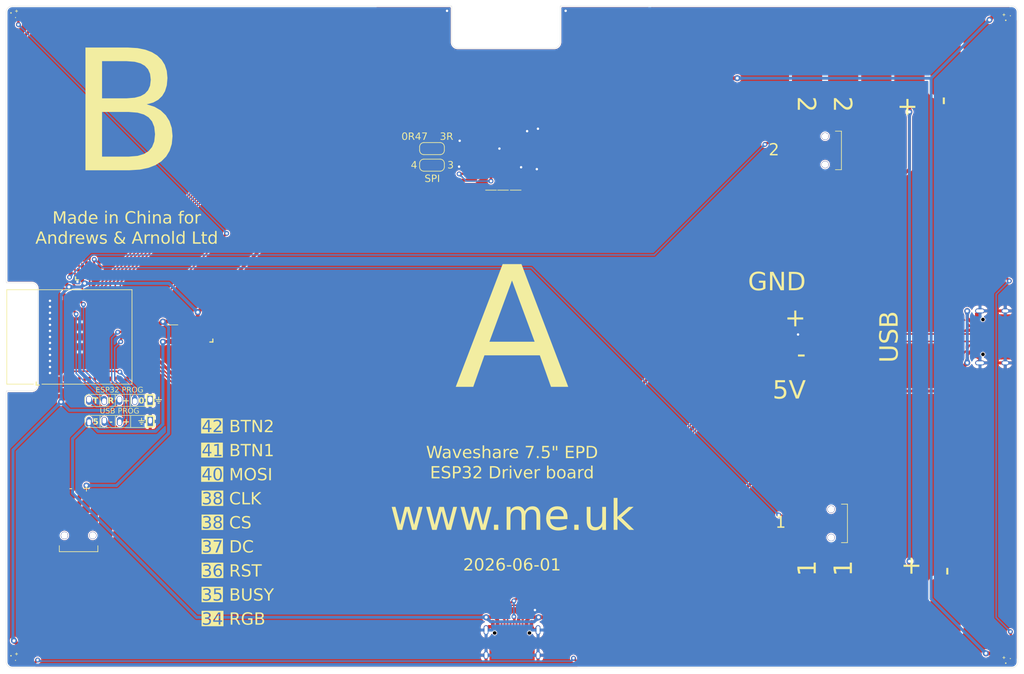
<source format=kicad_pcb>
(kicad_pcb (version 20221018) (generator pcbnew)
  (title_block (title "EPD75") (rev "1") (company "Adrian Kennard, Andrews & Arnold Ltd"))
  (layers (0 "F.Cu" signal) (31 "B.Cu" signal) (34 "B.Paste" user) (35 "F.Paste" user) (36 "B.SilkS" user "B.Silkscreen") (37 "F.SilkS" user "F.Silkscreen") (38 "B.Mask" user) (39 "F.Mask" user) (44 "Edge.Cuts" user))
  (property "DATE" "2023-06-02")
  (net 0 "")
  (net 1 "GND")
  (net 4 "DC")
  (net 6 "Net-(U4-EN)")
  (net 8 "BTN2")
  (net 9 "BTN1")
  (net 14 "Net-(D4-O)")
  (net 16 "+3.3V")
  (net 26 "Net-(J2-0)")
  (net 27 "Net-(J2-Rx)")
  (net 28 "Net-(J2-Tx)")
  (net 29 "D-")
  (net 30 "D+")
  (net 31 "Net-(J1-Pin_24)")
  (net 32 "Net-(D1-A)")
  (net 33 "Net-(J1-Pin_22)")
  (net 34 "Net-(D2-K)")
  (net 35 "Net-(J1-Pin_20)")
  (net 36 "Net-(J1-Pin_19)")
  (net 37 "Net-(J1-Pin_18)")
  (net 38 "Net-(J1-Pin_5)")
  (net 39 "Net-(J1-Pin_4)")
  (net 40 "Net-(D2-A)")
  (net 41 "Net-(D1-K)")
  (net 42 "Net-(J1-Pin_2)")
  (net 43 "Net-(J1-Pin_3)")
  (net 47 "BUSY")
  (net 48 "RST")
  (net 49 "CS")
  (net 50 "CLK")
  (net 51 "MOSI")
  (net 52 "RGB")
  (net 53 "Net-(D5-O)")
  (net 54 "Net-(D10-I)")
  (net 55 "Net-(J1-Pin_8)")
  (net 56 "Net-(J5-CC1)")
  (net 58 "Net-(J5-CC2)")
  (net 60 "Net-(J7-CC1)")
  (net 62 "Net-(J7-CC2)")
  (net 64 "Net-(J4-Pin_2)")
  (net 65 "Net-(J6-Pin_2)")
  (net 66 "Net-(JP2-B)")
  (net 67 "Net-(JP2-A)")
  (net 70 "PWR")
  (net 71 "VBUS")
  (footprint "RevK:C_0402" (layer "F.Cu") (at 99.5 70.2 -90)
    (fp_text reference "C14" hide)
    (fp_text value "100nF 50V" hide)
  )
  (footprint "RevK:C_0402" (layer "F.Cu") (at 104.9 70.2 -90)
    (fp_text reference "C3" hide)
    (fp_text value "1uF 50V" hide)
  )
  (footprint "RevK:C_0402" (layer "F.Cu") (at 24 109 180)
    (fp_text reference "C2" hide)
    (fp_text value "100nF" hide)
  )
  (footprint "RevK:R_0402_" (layer "F.Cu") (at 48.2 97.4)
    (fp_text reference "R9" hide)
    (fp_text value "124k" hide)
  )
  (footprint "RevK:C_0402" (layer "F.Cu") (at 104 70.2 -90)
    (fp_text reference "C4" hide)
    (fp_text value "1uF 50V" hide)
  )
  (footprint "RevK:C_0402" (layer "F.Cu") (at 102.2 70.2 -90)
    (fp_text reference "C11" hide)
    (fp_text value "1uF 50V" hide)
  )
  (footprint "RevK:R_0402" (layer "F.Cu") (at 26.7 88.9 90)
    (fp_text reference "R6" hide)
    (fp_text value "100R" hide)
  )
  (footprint "RevK:SolderPad" (layer "F.Cu") (at 166 55 180)
    (fp_text reference "P8" hide)
    (fp_text value "+" hide)
  )
  (footprint "RevK:ESP32-S3-MINI-1" (layer "F.Cu") (at 29 100 90)
    (fp_text reference "U4" hide)
    (fp_text value "ESP32-S3-MINI-1" hide)
  )
  (footprint "RevK:D_SOD-123" (layer "F.Cu") (at 43.6 99.1 -90)
    (fp_text reference "D6" hide)
    (fp_text value "D")
  )
  (footprint "RevK:SolderPad" (layer "F.Cu") (at 155 145)
    (fp_text reference "P6" hide)
    (fp_text value "1" hide)
  )
  (footprint "RevK:C_0603" (layer "F.Cu") (at 26.225 109)
    (fp_text reference "C5" hide)
    (fp_text value "22uF")
  )
  (footprint "RevK:SOT-323_SC-70-3" (layer "F.Cu") (at 93 70.2 90)
    (fp_text reference "Q1" hide)
    (fp_text value "DMG1012T" hide)
  )
  (footprint "RevK:C_0402" (layer "F.Cu") (at 103.1 70.2 -90)
    (fp_text reference "C7" hide)
    (fp_text value "1uF 50V" hide)
  )
  (footprint "RevK:SolderPad" (layer "F.Cu") (at 155 109 90)
    (fp_text reference "P12" hide)
    (fp_text value "5V" hide)
  )
  (footprint "RevK:R_0402" (layer "F.Cu") (at 25.5 91 180)
    (fp_text reference "R3" hide)
    (fp_text value "10K" hide)
  )
  (footprint "RevK:C_0603_" (layer "F.Cu") (at 48.2 101.3)
    (fp_text reference "C10" hide)
    (fp_text value "100nF")
  )
  (footprint "RevK:PTSM-HH-2-RA-SMD" (layer "F.Cu") (at 153 131 90)
    (fp_text reference "J4" hide)
    (fp_text value "BTN1")
  )
  (footprint "RevK:C_0402" (layer "F.Cu") (at 19.1 153.4 -90)
    (fp_text reference "C26" hide)
    (fp_text value "100nF" hide)
  )
  (footprint "RevK:PTSM-HH-2-RA-SMD" (layer "F.Cu") (at 152 69 90)
    (fp_text reference "J6" hide)
    (fp_text value "BTN2")
  )
  (footprint "RevK:C_0402" (layer "F.Cu") (at 99 71.7)
    (fp_text reference "C17" hide)
    (fp_text value "4.7uF" hide)
  )
  (footprint "RevK:SolderPad" (layer "F.Cu") (at 149 145)
    (fp_text reference "P2" hide)
    (fp_text value "1" hide)
  )
  (footprint "RevK:C_0603_" (layer "F.Cu") (at 50.7 100.6 90)
    (fp_text reference "C9" hide)
    (fp_text value "10uF 6.3V")
  )
  (footprint "RevK:C_0402" (layer "F.Cu") (at 101.3 70.2 -90)
    (fp_text reference "C12" hide)
    (fp_text value "1uF 50V" hide)
  )
  (footprint "RevK:SolderPad" (layer "F.Cu") (at 149 55 180)
    (fp_text reference "P1" hide)
    (fp_text value "2" hide)
  )
  (footprint "RevK:USB-C-Socket-H" (layer "F.Cu") (at 100 150.6)
    (fp_text reference "J5" hide)
    (fp_text value "USB-C-Socket-V")
  )
  (footprint "RevK:C_0402" (layer "F.Cu") (at 105.8 70.2 -90)
    (fp_text reference "C1" hide)
    (fp_text value "1uF 50V" hide)
  )
  (footprint "RevK:SolderPad" (layer "F.Cu") (at 172 145)
    (fp_text reference "P3" hide)
    (fp_text value "-" hide)
  )
  (footprint "RevK:SMD1010" (layer "F.Cu") (at 182.425 46.575 90)
    (fp_text reference "D5" hide)
    (fp_text value "XL-1010RGBC-WS2812B" hide)
  )
  (footprint "RevK:C_0402" (layer "F.Cu") (at 25.8 88.9 -90)
    (fp_text reference "C21" hide)
    (fp_text value "33pF" hide)
  )
  (footprint "RevK:R_0402" (layer "F.Cu") (at 95 70.2 90)
    (fp_text reference "R2" hide)
    (fp_text value "10K" hide)
  )
  (footprint "RevK:SolderJumper3" (layer "F.Cu") (at 86.7 71.45)
    (fp_text reference "JP1" hide)
    (fp_text value "SolderJumper_3_Bridged12")
  )
  (footprint "RevK:SolderJumper3" (layer "F.Cu") (at 86.7 68.7)
    (fp_text reference "JP2" hide)
    (fp_text value "SolderJumper_3_Bridged12")
  )
  (footprint "RevK:R_0402" (layer "F.Cu") (at 101.8 146.1 90)
    (fp_text reference "R13" hide)
    (fp_text value "5k1" hide)
  )
  (footprint "RevK:R_0402" (layer "F.Cu") (at 175.1 101.7 180)
    (fp_text reference "R4" hide)
    (fp_text value "5k1" hide)
  )
  (footprint "RevK:D_SOD-123" (layer "F.Cu") (at 96.5 74.5 90)
    (fp_text reference "D2" hide)
    (fp_text value "1N5819W")
  )
  (footprint "RevK:C_0402" (layer "F.Cu") (at 180.9 153.4 -90)
    (fp_text reference "C25" hide)
    (fp_text value "100nF" hide)
  )
  (footprint "RevK:C_0402" (layer "F.Cu") (at 100.4 70.2 -90)
    (fp_text reference "C13" hide)
    (fp_text value "1uF 50V" hide)
  )
  (footprint "RevK:SMD1010" (layer "F.Cu") (at 17.575 153.425)
    (fp_text reference "D10" hide)
    (fp_text value "XL-1010RGBC-WS2812B" hide)
  )
  (footprint "RevK:R_0402" (layer "F.Cu") (at 175.2 98.1 180)
    (fp_text reference "R5" hide)
    (fp_text value "5k1" hide)
  )
  (footprint "RevK:SolderPad" (layer "F.Cu") (at 155 103 90)
    (fp_text reference "P11" hide)
    (fp_text value "-" hide)
  )
  (footprint "RevK:R_0402" (layer "F.Cu") (at 98.6 146.1 90)
    (fp_text reference "R12" hide)
    (fp_text value "5k1" hide)
  )
  (footprint "RevK:L_4x4_" (layer "F.Cu") (at 48.2 103.9)
    (fp_text reference "L2" hide)
    (fp_text value "10uH")
  )
  (footprint "RevK:R_0402" (layer "F.Cu") (at 30.4 88.9 -90)
    (fp_text reference "R7" hide)
    (fp_text value "100R" hide)
  )
  (footprint "RevK:C_0402" (layer "F.Cu") (at 19 46.6 -90)
    (fp_text reference "C19" hide)
    (fp_text value "100nF" hide)
  )
  (footprint "RevK:PTSM-HH-2-RA-SMD" (layer "F.Cu") (at 28 133)
    (fp_text reference "J8" hide)
    (fp_text value "PWR")
  )
  (footprint "RevK:C_0402" (layer "F.Cu") (at 95.9 70.2 -90)
    (fp_text reference "C16" hide)
    (fp_text value "1uF 50V" hide)
  )
  (footprint "RevK:R_0402_" (layer "F.Cu") (at 46.4 97.4)
    (fp_text reference "R11" hide)
    (fp_text value "1M" hide)
  )
  (footprint "RevK:SolderPad" (layer "F.Cu") (at 155 55 180)
    (fp_text reference "P5" hide)
    (fp_text value "2" hide)
  )
  (footprint "RevK:R_0402" (layer "F.Cu") (at 84.1 68.7 90)
    (fp_text reference "R1" hide)
    (fp_text value "0.47R" hide)
  )
  (footprint "RevK:C_0402" (layer "F.Cu") (at 96.8 70.2 -90)
    (fp_text reference "C15" hide)
    (fp_text value "1uF 50V" hide)
  )
  (footprint "RevK:SolderPad" (layer "F.Cu") (at 166 145)
    (fp_text reference "P7" hide)
    (fp_text value "+" hide)
  )
  (footprint "RevK:C_0603_" (layer "F.Cu") (at 45.7 100.6 90)
    (fp_text reference "C8" hide)
    (fp_text value "10uF 50V")
  )
  (footprint "RevK:SolderPad" (layer "F.Cu") (at 155 97 90)
    (fp_text reference "P10" hide)
    (fp_text value "+" hide)
  )
  (footprint "RevK:XUNPU-FPC-05FB-24PH20" (layer "F.Cu") (at 99 66 180)
    (fp_text reference "J1" hide)
    (fp_text value "Conn_01x26")
  )
  (footprint "RevK:D_SOD-123" (layer "F.Cu") (at 98.5 74.5 90)
    (fp_text reference "D3" hide)
    (fp_text value "1N5819W")
  )
  (footprint "RevK:R_0402" (layer "F.Cu") (at 89.3 68.7 -90)
    (fp_text reference "R8" hide)
    (fp_text value "3R" hide)
  )
  (footprint "RevK:SMD1010" (layer "F.Cu") (at 182.425 153.425 90)
    (fp_text reference "D9" hide)
    (fp_text value "XL-1010RGBC-WS2812B" hide)
  )
  (footprint "RevK:R_0402_" (layer "F.Cu") (at 50.1 97.4)
    (fp_text reference "R10" hide)
    (fp_text value "39k2" hide)
  )
  (footprint "RevK:C_0402" (layer "F.Cu") (at 98.6 70.2 90)
    (fp_text reference "C18" hide)
    (fp_text value "10uF" hide)
  )
  (footprint "RevK:SOT-23-6-MD8942" (layer "F.Cu") (at 48.2 99.3)
    (fp_text reference "U3" hide)
    (fp_text value "MD8942")
  )
  (footprint "RevK:SMD1010" (layer "F.Cu") (at 17.575 46.575)
    (fp_text reference "D4" hide)
    (fp_text value "XL-1010RGBC-WS2812B" hide)
  )
  (footprint "RevK:USB-C-Socket-H" (layer "F.Cu") (at 179.6 100 90)
    (fp_text reference "J7" hide)
    (fp_text value "USB-C-Socket-V")
  )
  (footprint "RevK:C_0402" (layer "F.Cu") (at 180.9 46.5 -90)
    (fp_text reference "C24" hide)
    (fp_text value "100nF" hide)
  )
  (footprint "RevK:SolderPad" (layer "F.Cu") (at 172 55 180)
    (fp_text reference "P4" hide)
    (fp_text value "-" hide)
  )
  (footprint "RevK:SolderPad" (layer "F.Cu") (at 155 91 90)
    (fp_text reference "P9" hide)
    (fp_text value "GND" hide)
  )
  (footprint "RevK:USB-PROG" (layer "F.Cu") (at 34.82 114.05)
    (fp_text reference "J3" hide)
    (fp_text value "USB-PROG" hide)
  )
  (footprint "RevK:L_0805" (layer "F.Cu") (at 93.9 72.9)
    (fp_text reference "L1" hide)
    (fp_text value "68uH")
  )
  (footprint "RevK:D_SOD-123" (layer "F.Cu") (at 100.6 74.5 90)
    (fp_text reference "D1" hide)
    (fp_text value "1N5819W")
  )
  (footprint "RevK:SOT-363_SC-70-6" (layer "F.Cu") (at 28.65 88.95 90)
    (fp_text reference "D7" hide)
    (fp_text value "BAV99S")
  )
  (footprint "RevK:C_0402" (layer "F.Cu") (at 23.5 91 180)
    (fp_text reference "C6" hide)
    (fp_text value "1uF" hide)
  )
  (footprint "RevK:Shelly" (layer "F.Cu") (at 34.8 110.55)
    (fp_text reference "J2" hide)
    (fp_text value "Shelly" hide)
  )
  (footprint "RevK:C_0402" (layer "F.Cu") (at 31.4 88.9 90)
    (fp_text reference "C22" hide)
    (fp_text value "33pF" hide)
  )
  (gr_arc (start 16 46) (mid 16.292893 45.292893) (end 17 45) (stroke (width 0.05)) (layer "Edge.Cuts"))
  (gr_line (start 90 45) (end 90 51) (stroke (width 0.05)) (layer "Edge.Cuts"))
  (gr_line (start 21.2 92) (end 21.2 108) (stroke (width 0.05)) (layer "Edge.Cuts"))
  (gr_line (start 17 45) (end 90 45) (stroke (width 0.05)) (layer "Edge.Cuts"))
  (gr_line (start 183 155) (end 17 155) (stroke (width 0.05)) (layer "Edge.Cuts"))
  (gr_line (start 91 52) (end 107 52) (stroke (width 0.05)) (layer "Edge.Cuts"))
  (gr_line (start 16 91) (end 20.2 91) (stroke (width 0.05)) (layer "Edge.Cuts"))
  (gr_line (start 108 45) (end 183 45) (stroke (width 0.05)) (layer "Edge.Cuts"))
  (gr_line (start 184 46) (end 184 154) (stroke (width 0.05)) (layer "Edge.Cuts"))
  (gr_arc (start 184 154) (mid 183.707107 154.707107) (end 183 155) (stroke (width 0.05)) (layer "Edge.Cuts"))
  (gr_arc (start 20.2 91) (mid 20.907107 91.292893) (end 21.2 92) (stroke (width 0.05)) (layer "Edge.Cuts"))
  (gr_line (start 16 154) (end 16 109) (stroke (width 0.05)) (layer "Edge.Cuts"))
  (gr_arc (start 108 51) (mid 107.707107 51.707107) (end 107 52) (stroke (width 0.05)) (layer "Edge.Cuts"))
  (gr_arc (start 91 52) (mid 90.292893 51.707107) (end 90 51) (stroke (width 0.05)) (layer "Edge.Cuts"))
  (gr_line (start 108 51) (end 108 45) (stroke (width 0.05)) (layer "Edge.Cuts"))
  (gr_line (start 20.2 109) (end 16 109) (stroke (width 0.05)) (layer "Edge.Cuts"))
  (gr_arc (start 21.2 108) (mid 20.907107 108.707107) (end 20.2 109) (stroke (width 0.05)) (layer "Edge.Cuts"))
  (gr_arc (start 17 155) (mid 16.292893 154.707107) (end 16 154) (stroke (width 0.05)) (layer "Edge.Cuts"))
  (gr_arc (start 183 45) (mid 183.707107 45.292893) (end 184 46) (stroke (width 0.05)) (layer "Edge.Cuts"))
  (gr_line (start 16 91) (end 16 46) (stroke (width 0.05)) (layer "Edge.Cuts"))
  (gr_text "3" (at 89.25 71.5) (layer "F.SilkS") (effects (font (size 1.2 1.2)) (justify left)))
  (gr_text "40" (at 52 123) (layer "F.SilkS" knockout) (effects (font (size 2 2)) (justify right)))
  (gr_text "38" (at 52 131) (layer "F.SilkS" knockout) (effects (font (size 2 2)) (justify right)))
  (gr_text "3R" (at 88 66.75) (layer "F.SilkS") (effects (font (size 1.2 1.2)) (justify left)))
  (gr_text "BTN2" (at 53 115) (layer "F.SilkS") (effects (font (size 2 2)) (justify left)))
  (gr_text "4" (at 84.25 71.5) (layer "F.SilkS") (effects (font (size 1.2 1.2)) (justify right)))
  (gr_text "34" (at 52 147) (layer "F.SilkS" knockout) (effects (font (size 2 2)) (justify right)))
  (gr_text "41" (at 52 119) (layer "F.SilkS" knockout) (effects (font (size 2 2)) (justify right)))
  (gr_text "A" (at 100 100) (layer "F.SilkS") (effects (font (size 20 20))))
  (gr_text "BTN1" (at 53 119) (layer "F.SilkS") (effects (font (size 2 2)) (justify left)))
  (gr_text "${CURRENT_DATE}" (at 100 138) (layer "F.SilkS") (effects (font (size 2 2))))
  (gr_text "BUSY" (at 53 143) (layer "F.SilkS") (effects (font (size 2 2)) (justify left)))
  (gr_text "0R47" (at 86 66.75) (layer "F.SilkS") (effects (font (size 1.2 1.2)) (justify right)))
  (gr_text "CS" (at 53 131) (layer "F.SilkS") (effects (font (size 2 2)) (justify left)))
  (gr_text "38" (at 52 127) (layer "F.SilkS" knockout) (effects (font (size 2 2)) (justify right)))
  (gr_text "1" (at 144.6 130.9) (layer "F.SilkS") (effects (font (size 2 2))))
  (gr_text "SPI" (at 86.75 73.75) (layer "F.SilkS") (effects (font (size 1.2 1.2))))
  (gr_text "36" (at 52 139) (layer "F.SilkS" knockout) (effects (font (size 2 2)) (justify right)))
  (gr_text "CLK" (at 53 127) (layer "F.SilkS") (effects (font (size 2 2)) (justify left)))
  (gr_text "35" (at 52 143) (layer "F.SilkS" knockout) (effects (font (size 2 2)) (justify right)))
  (gr_text "DC" (at 53 135) (layer "F.SilkS") (effects (font (size 2 2)) (justify left)))
  (gr_text "MOSI" (at 53 123) (layer "F.SilkS") (effects (font (size 2 2)) (justify left)))
  (gr_text "+" (at 29.3 125.2) (layer "F.SilkS") (effects (font (size 1.2 1.2))))
  (gr_text "USB" (at 162.8 100 90) (layer "F.SilkS") (effects (font (size 3 3))))
  (gr_text "RGB" (at 53 147) (layer "F.SilkS") (effects (font (size 2 2)) (justify left)))
  (gr_text "2" (at 143.5 69) (layer "F.SilkS") (effects (font (size 2 2))))
  (gr_text "Waveshare 7.5{dblquote} EPD\nESP32 Driver board" (at 100 121) (layer "F.SilkS") (effects (font (size 2 2))))
  (gr_text "B" (at 36 64) (layer "F.SilkS") (effects (font (size 20 20))))
  (gr_text "Made in China for\nAndrews & Arnold Ltd" (at 36 82) (layer "F.SilkS") (effects (font (size 2 2))))
  (gr_text "42" (at 52 115) (layer "F.SilkS" knockout) (effects (font (size 2 2)) (justify right)))
  (gr_text "37" (at 52 135) (layer "F.SilkS" knockout) (effects (font (size 2 2)) (justify right)))
  (gr_text "RST" (at 53 139) (layer "F.SilkS") (effects (font (size 2 2)) (justify left)))
  (gr_text "www.me.uk" (at 100 130) (layer "F.SilkS") (effects (font (size 5 5))))
  (gr_text "-" (at 26.7 125.2) (layer "F.SilkS") (effects (font (size 1.2 1.2))))
  (segment (start 17.800001 148.8) (end 19.825 150.824999) (width 0.25) (layer "F.Cu") (net 1))
  (segment (start 17.15 153.85) (end 16.675 153.85) (width 0.25) (layer "F.Cu") (net 1))
  (segment (start 177.72 103.78) (end 177.14 103.2) (width 0.25) (layer "F.Cu") (net 1))
  (segment (start 25.155 88.045) (end 25.85 87.35) (width 0.25) (layer "F.Cu") (net 1))
  (segment (start 25.8 89.4) (end 25.155 88.755) (width 0.25) (layer "F.Cu") (net 1))
  (segment (start 28 90.659527) (end 27.809527 90.85) (width 0.25) (layer "F.Cu") (net 1))
  (segment (start 96.26 148.14) (end 95.68 148.72) (width 0.25) (layer "F.Cu") (net 1))
  (segment (start 103.78 148.72) (end 103.2 148.14) (width 0.25) (layer "F.Cu") (net 1))
  (segment (start 84.1 68.2) (end 87.55 64.75) (width 0.25) (layer "F.Cu") (net 1))
  (segment (start 104.32 148.72) (end 103.78 148.72) (width 0.25) (layer "F.Cu") (net 1))
  (segment (start 29.05 87.35) (end 29.3 87.6) (width 0.25) (layer "F.Cu") (net 1))
  (segment (start 177.72 95.68) (end 177.72 96.22) (width 0.25) (layer "F.Cu") (net 1))
  (segment (start 87.55 64.75) (end 91.56 64.75) (width 0.25) (layer "F.Cu") (net 1))
  (segment (start 25.155 88.755) (end 25.155 88.045) (width 0.25) (layer "F.Cu") (net 1))
  (segment (start 28 89.9) (end 28 90.659527) (width 0.25) (layer "F.Cu") (net 1))
  (segment (start 96.8 148.14) (end 96.26 148.14) (width 0.25) (layer "F.Cu") (net 1))
  (segment (start 182.85 48.85) (end 183.3 49.3) (width 0.25) (layer "F.Cu") (net 1))
  (segment (start 101.25 66.35) (end 101.25 67.3) (width 0.25) (layer "F.Cu") (net 1))
  (segment (start 16.675 153.85) (end 16.4 153.575) (width 0.25) (layer "F.Cu") (net 1))
  (segment (start 182.85 47) (end 182.85 48.85) (width 0.25) (layer "F.Cu") (net 1))
  (segment (start 182.85 153.85) (end 183.325 153.85) (width 0.25) (layer "F.Cu") (net 1))
  (segment (start 29.3 87.6) (end 29.3 88) (width 0.25) (layer "F.Cu") (net 1))
  (segment (start 25.85 87.35) (end 29.05 87.35) (width 0.25) (layer "F.Cu") (net 1))
  (segment (start 16.4 153.575) (end 16.4 150.200001) (width 0.25) (layer "F.Cu") (net 1))
  (segment (start 16.4 150.200001) (end 17.800001 148.8) (width 0.25) (layer "F.Cu") (net 1))
  (segment (start 19.825 150.824999) (end 19.825 153.175) (width 0.25) (layer "F.Cu") (net 1))
  (segment (start 183.325 153.85) (end 183.5 153.675) (width 0.25) (layer "F.Cu") (net 1))
  (segment (start 85.4 71.45) (end 83.55 71.45) (width 0.25) (layer "F.Cu") (net 1))
  (segment (start 102.5 65.8) (end 101.8 65.8) (width 0.25) (layer "F.Cu") (net 1))
  (segment (start 101.8 65.8) (end 101.25 66.35) (width 0.25) (layer "F.Cu") (net 1))
  (segment (start 177.72 104.32) (end 177.72 103.78) (width 0.25) (layer "F.Cu") (net 1))
  (segment (start 177.72 96.22) (end 177.14 96.8) (width 0.25) (layer "F.Cu") (net 1))
  (segment (start 183.5 153.675) (end 183.5 147.7) (width 0.25) (layer "F.Cu") (net 1))
  (segment (start 19.825 153.175) (end 19.1 153.9) (width 0.25) (layer "F.Cu") (net 1))
  (via (at 108.9 45.8) (size 0.8) (drill 0.4) (layers "F.Cu" "B.Cu") (net 1))
  (via (at 23.25 104) (size 0.8) (drill 0.4) (layers "F.Cu" "B.Cu") (net 1))
  (via (at 91.2 71.7) (size 0.8) (drill 0.4) (layers "F.Cu" "B.Cu") (net 1))
  (via (at 23.25 97) (size 0.8) (drill 0.4) (layers "F.Cu" "B.Cu") (net 1))
  (via (at 23.25 100) (size 0.8) (drill 0.4) (layers "F.Cu" "B.Cu") (net 1))
  (via (at 102.5 65.8) (size 0.8) (drill 0.4) (layers "F.Cu" "B.Cu") (net 1))
  (via (at 23.25 94) (size 0.8) (drill 0.4) (layers "F.Cu" "B.Cu") (net 1))
  (via (at 23.25 106) (size 0.8) (drill 0.4) (layers "F.Cu" "B.Cu") (net 1))
  (via (at 101.5 71.8) (size 0.8) (drill 0.4) (layers "F.Cu" "B.Cu") (net 1))
  (via (at 103.8 145.4) (size 0.8) (drill 0.4) (layers "F.Cu" "B.Cu") (net 1))
  (via (at 89.2 45.8) (size 0.8) (drill 0.4) (layers "F.Cu" "B.Cu") (net 1))
  (via (at 23.25 99) (size 0.8) (drill 0.4) (layers "F.Cu" "B.Cu") (net 1))
  (via (at 91.3 67.4) (size 0.8) (drill 0.4) (layers "F.Cu" "B.Cu") (net 1))
  (via (at 23.25 105) (size 0.8) (drill 0.4) (layers "F.Cu" "B.Cu") (net 1))
  (via (at 23.25 102) (size 0.8) (drill 0.4) (layers "F.Cu" "B.Cu") (net 1))
  (via (at 104.111371 72.113934) (size 0.8) (drill 0.4) (layers "F.Cu" "B.Cu") (net 1))
  (via (at 147.5 99.6) (size 0.8) (drill 0.4) (layers "F.Cu" "B.Cu") (net 1))
  (via (at 23.25 96) (size 0.8) (drill 0.4) (layers "F.Cu" "B.Cu") (net 1))
  (via (at 23.25 101) (size 0.8) (drill 0.4) (layers "F.Cu" "B.Cu") (net 1))
  (via (at 27.809527 90.85) (size 0.8) (drill 0.4) (layers "F.Cu" "B.Cu") (net 1))
  (via (at 23.25 103) (size 0.8) (drill 0.4) (layers "F.Cu" "B.Cu") (net 1))
  (via (at 23.25 98) (size 0.8) (drill 0.4) (layers "F.Cu" "B.Cu") (net 1))
  (via (at 23.25 95) (size 0.8) (drill 0.4) (layers "F.Cu" "B.Cu") (net 1))
  (via (at 104.3 65.4) (size 0.8) (drill 0.4) (layers "F.Cu" "B.Cu") (net 1))
  (via (at 97.9 68.7) (size 0.8) (drill 0.4) (layers "F.Cu" "B.Cu") (net 1))
  (segment (start 98.25 67.3) (end 98.25 66.022792) (width 0.25) (layer "F.Cu") (net 4))
  (segment (start 33.25 91.377208) (end 33.25 93) (width 0.25) (layer "F.Cu") (net 4))
  (segment (start 62.802208 61.825) (end 94.052208 61.825) (width 0.25) (layer "F.Cu") (net 4))
  (segment (start 62.802208 61.825) (end 33.25 91.377208) (width 0.25) (layer "F.Cu") (net 4))
  (segment (start 98.25 66.022792) (end 94.052208 61.825) (width 0.25) (layer "F.Cu") (net 4))
  (segment (start 23.05 93) (end 23.05 91.95) (width 0.25) (layer "F.Cu") (net 6))
  (segment (start 24 91) (end 25 91) (width 0.25) (layer "F.Cu") (net 6))
  (segment (start 23.05 91.95) (end 24 91) (width 0.25) (layer "F.Cu") (net 6))
  (segment (start 27.4 88) (end 27.4 90.234222) (width 0.25) (layer "F.Cu") (net 8))
  (segment (start 28.25191 91.60191) (end 29 92.35) (width 0.25) (layer "F.Cu") (net 8))
  (segment (start 27.084527 91.177215) (end 27.509222 91.60191) (width 0.25) (layer "F.Cu") (net 8))
  (segment (start 27.1 88) (end 26.7 88.4) (width 0.25) (layer "F.Cu") (net 8))
  (segment (start 27.084527 90.549695) (end 27.084527 91.177215) (width 0.25) (layer "F.Cu") (net 8))
  (segment (start 27.4 90.234222) (end 27.084527 90.549695) (width 0.25) (layer "F.Cu") (net 8))
  (segment (start 27.509222 91.60191) (end 28.25191 91.60191) (width 0.25) (layer "F.Cu") (net 8))
  (segment (start 28 88) (end 27.4 88) (width 0.25) (layer "F.Cu") (net 8))
  (segment (start 27.4 88) (end 27.1 88) (width 0.25) (layer "F.Cu") (net 8))
  (segment (start 26.7 88.4) (end 25.8 88.4) (width 0.25) (layer "F.Cu") (net 8))
  (segment (start 29 92.35) (end 29 93) (width 0.25) (layer "F.Cu") (net 8))
  (segment (start 29.85 90.45) (end 29.85 93) (width 0.25) (layer "F.Cu") (net 9))
  (segment (start 29.8 89.4) (end 29.3 89.9) (width 0.25) (layer "F.Cu") (net 9))
  (segment (start 30.4 89.4) (end 29.8 89.4) (width 0.25) (layer "F.Cu") (net 9))
  (segment (start 31.4 89.4) (end 30.4 89.4) (width 0.25) (layer "F.Cu") (net 9))
  (segment (start 29.3 89.9) (end 29.85 90.45) (width 0.25) (layer "F.Cu") (net 9))
  (segment (start 182.501988 45.326988) (end 182.85 45.675) (width 0.25) (layer "F.Cu") (net 14))
  (segment (start 85.4 53.8) (end 114.725 53.8) (width 0.25) (layer "F.Cu") (net 14))
  (segment (start 182.85 45.675) (end 182.85 46.15) (width 0.25) (layer "F.Cu") (net 14))
  (segment (start 114.725 53.8) (end 123.198012 45.326988) (width 0.25) (layer "F.Cu") (net 14))
  (segment (start 17.15 46.15) (end 17.15 45.675) (width 0.25) (layer "F.Cu") (net 14))
  (segment (start 123.198012 45.326988) (end 182.501988 45.326988) (width 0.25) (layer "F.Cu") (net 14))
  (segment (start 17.32 45.505) (end 77.105 45.505) (width 0.25) (layer "F.Cu") (net 14))
  (segment (start 17.15 45.675) (end 17.32 45.505) (width 0.25) (layer "F.Cu") (net 14))
  (segment (start 77.105 45.505) (end 85.4 53.8) (width 0.25) (layer "F.Cu") (net 14))
  (segment (start 28.65 89.9) (end 28.65 90.725) (width 0.5) (layer "F.Cu") (net 16))
  (segment (start 18.1 152.9) (end 18 153) (width 0.5) (layer "F.Cu") (net 16))
  (segment (start 19 46.1) (end 19.7 46.1) (width 0.5) (layer "F.Cu") (net 16))
  (segment (start 47.8 95.9) (end 47.8 97.3) (width 0.5) (layer "F.Cu") (net 16))
  (segment (start 99.5 69.452685) (end 100.5 68.452685) (width 0.5) (layer "F.Cu") (net 16))
  (segment (start 98.452685 69.7) (end 97.57 70.582685) (width 0.5) (layer "F.Cu") (net 16))
  (segment (start 26 91) (end 26 90.852685) (width 0.5) (layer "F.Cu") (net 16))
  (segment (start 182 46.15) (end 181.05 46.15) (width 0.5) (layer "F.Cu") (net 16))
  (segment (start 88 71.45) (end 88 73.85) (width 0.5) (layer "F.Cu") (net 16))
  (segment (start 100.5 68.452685) (end 100.5 67.3) (width 0.5) (layer "F.Cu") (net 16))
  (segment (start 181 153) (end 180.9 152.9) (width 0.5) (layer "F.Cu") (net 16))
  (segment (start 19.7 46.1) (end 19.9 46.3) (width 0.5) (layer "F.Cu") (net 16))
  (segment (start 26 91) (end 26 91.3) (width 0.5) (layer "F.Cu") (net 16))
  (segment (start 47.8 95.9) (end 69.75 73.95) (width 0.5) (layer "F.Cu") (net 16))
  (segment (start 107.5 57) (end 100.5 64) (width 0.5) (layer "F.Cu") (net 16))
  (segment (start 19.1 152.9) (end 18.1 152.9) (width 0.5) (layer "F.Cu") (net 16))
  (segment (start 137.4 57) (end 107.5 57) (width 0.5) (layer "F.Cu") (net 16))
  (segment (start 98.6 69.7) (end 98.452685 69.7) (width 0.5) (layer "F.Cu") (net 16))
  (segment (start 17 81.852685) (end 17 52) (width 0.5) (layer "F.Cu") (net 16))
  (segment (start 26 90.852685) (end 17 81.852685) (width 0.5) (layer "F.Cu") (net 16))
  (segment (start 25.45 109) (end 24.5 109) (width 0.25) (layer "F.Cu") (net 16))
  (segment (start 26 91.3) (end 26.4 91.7) (width 0.5) (layer "F.Cu") (net 16))
  (segment (start 25.45 110.45) (end 25.45 109) (width 0.5) (layer "F.Cu") (net 16))
  (segment (start 96.697315 71.95) (end 95.75 71.95) (width 0.5) (layer "F.Cu") (net 16))
  (segment (start 179.3 47.3) (end 180.6 46) (width 0.5) (layer "F.Cu") (net 16))
  (segment (start 100.25 67.3) (end 100.25 68.830538) (width 0.25) (layer "F.Cu") (net 16))
  (segment (start 178.7 152.6) (end 180.6 152.6) (width 0.5) (layer "F.Cu") (net 16))
  (segment (start 28.659527 90.759527) (end 29 91.1) (width 0.5) (layer "F.Cu") (net 16))
  (segment (start 100.5 64) (end 100.5 67.3) (width 0.5) (layer "F.Cu") (net 16))
  (segment (start 28.65 90.725) (end 28.659527 90.734527) (width 0.5) (layer "F.Cu") (net 16))
  (segment (start 180.6 152.6) (end 180.9 152.9) (width 0.5) (layer "F.Cu") (net 16))
  (segment (start 98.6 69.7) (end 99.5 69.7) (width 0.5) (layer "F.Cu") (net 16))
  (segment (start 180.6 46) (end 180.9 46) (width 0.5) (layer "F.Cu") (net 16))
  (segment (start 97.57 71.077315) (end 96.697315 71.95) (width 0.5) (layer "F.Cu") (net 16))
  (segment (start 97.57 70.582685) (end 97.57 71.077315) (width 0.5) (layer "F.Cu") (net 16))
  (segment (start 90.1 73.95) (end 69.75 73.95) (width 0.5) (layer "F.Cu") (net 16))
  (segment (start 99.5 69.7) (end 99.5 69.452685) (width 0.5) (layer "F.Cu") (net 16))
  (segment (start 100.25 68.830538) (end 99.5 69.580538) (width 0.25) (layer "F.Cu") (net 16))
  (segment (start 93.75 73.95) (end 94.8 72.9) (width 0.5) (layer "F.Cu") (net 16))
  (segment (start 181.05 46.15) (end 180.9 46) (width 0.5) (layer "F.Cu") (net 16))
  (segment (start 95.75 71.95) (end 94.8 72.9) (width 0.5) (layer "F.Cu") (net 16))
  (segment (start 18 153) (end 18 151.23361) (width 0.5) (layer "F.Cu") (net 16))
  (segment (start 182 153) (end 181 153) (width 0.5) (layer "F.Cu") (net 16))
  (segment (start 18.95 46.15) (end 19 46.1) (width 0.5) (layer "F.Cu") (net 16))
  (segment (start 18 151.23361) (end 17.266559 150.500169) (width 0.5) (layer "F.Cu") (net 16))
  (segment (start 88 73.85) (end 88.1 73.95) (width 0.5) (layer "F.Cu") (net 16))
  (segment (start 17 52) (end 19.9 49.1) (width 0.5) (layer "F.Cu") (net 16))
  (segment (start 19.9 46.3) (end 19.9 49.1) (width 0.5) (layer "F.Cu") (net 16))
  (segment (start 25.1 110.8) (end 25.45 110.45) (width 0.5) (layer "F.Cu") (net 16))
  (segment (start 47.8 97.3) (end 47.7 97.4) (width 0.5) (layer "F.Cu") (net 16))
  (segment (start 18 46.15) (end 18.95 46.15) (width 0.5) (layer "F.Cu") (net 16))
  (segment (start 24.75 108.75) (end 24.5 109) (width 0.25) (layer "F.Cu") (net 16))
  (segment (start 24.75 107) (end 24.75 108.75) (width 0.25) (layer "F.Cu") (net 16))
  (segment (start 100.5 67.3) (end 100.25 67.3) (width 0.25) (layer "F.Cu") (net 16))
  (segment (start 28.659527 90.734527) (end 28.659527 90.759527) (width 0.5) (layer "F.Cu") (net 16))
  (segment (start 88.1 73.95) (end 93.75 73.95) (width 0.5) (layer "F.Cu") (net 16))
  (segment (start 28.65 89.9) (end 28.65 88) (width 0.5) (layer "F.Cu") (net 16))
  (segment (start 100.75 67.3) (end 100.5 67.3) (width 0.25) (layer "F.Cu") (net 16))
  (via (at 47.8 95.9) (size 1) (drill 0.5) (layers "F.Cu" "B.Cu") (net 16))
  (via (at 26.4 91.7) (size 1) (drill 0.5) (layers "F.Cu" "B.Cu") (net 16))
  (via (at 178.7 152.6) (size 1) (drill 0.5) (layers "F.Cu" "B.Cu") (net 16))
  (via (at 179.3 47.3) (size 1) (drill 0.5) (layers "F.Cu" "B.Cu") (net 16))
  (via (at 137.4 57) (size 1) (drill 0.5) (layers "F.Cu" "B.Cu") (net 16))
  (via (at 29 91.1) (size 1) (drill 0.5) (layers "F.Cu" "B.Cu") (net 16))
  (via (at 17.266559 150.500169) (size 1) (drill 0.5) (layers "F.Cu" "B.Cu") (net 16))
  (via (at 25.1 110.8) (size 1) (drill 0.5) (layers "F.Cu" "B.Cu") (net 16))
  (segment (start 17.1 118.8) (end 17.1 150.33361) (width 0.5) (layer "B.Cu") (net 16))
  (segment (start 25.1 93) (end 26.4 91.7) (width 0.5) (layer "B.Cu") (net 16))
  (segment (start 29 91.1) (end 43 91.1) (width 0.5) (layer "B.Cu") (net 16))
  (segment (start 26.5 112.2) (end 25.1 110.8) (width 0.5) (layer "B.Cu") (net 16))
  (segment (start 25.1 110.8) (end 25.1 93) (width 0.5) (layer "B.Cu") (net 16))
  (segment (start 169.6 57) (end 169.6 143.5) (width 0.5) (layer "B.Cu") (net 16))
  (segment (start 34.8 110.4) (end 33 112.2) (width 0.5) (layer "B.Cu") (net 16))
  (segment (start 17.1 150.33361) (end 17.266559 150.500169) (width 0.5) (layer "B.Cu") (net 16))
  (segment (start 169.6 57) (end 179.3 47.3) (width 0.5) (layer "B.Cu") (net 16))
  (segment (start 25.1 110.8) (end 17.1 118.8) (width 0.5) (layer "B.Cu") (net 16))
  (segment (start 33 112.2) (end 26.5 112.2) (width 0.5) (layer "B.Cu") (net 16))
  (segment (start 43 91.1) (end 47.8 95.9) (width 0.5) (layer "B.Cu") (net 16))
  (segment (start 28.4 91.7) (end 26.4 91.7) (width 0.5) (layer "B.Cu") (net 16))
  (segment (start 29 91.1) (end 28.4 91.7) (width 0.5) (layer "B.Cu") (net 16))
  (segment (start 169.6 143.5) (end 178.7 152.6) (width 0.5) (layer "B.Cu") (net 16))
  (segment (start 137.4 57) (end 169.6 57) (width 0.5) (layer "B.Cu") (net 16))
  (segment (start 26.25 105.7) (end 34.3 105.7) (width 0.25) (layer "F.Cu") (net 26))
  (segment (start 25.6 106.35) (end 26.25 105.7) (width 0.25) (layer "F.Cu") (net 26))
  (segment (start 25.6 107) (end 25.6 106.35) (width 0.25) (layer "F.Cu") (net 26))
  (segment (start 34.3 105.7) (end 34.422334 105.822334) (width 0.25) (layer "F.Cu") (net 26))
  (segment (start 34.422334 105.822334) (end 34.84764 105.822334) (width 0.25) (layer "F.Cu") (net 26))
  (via (at 34.84764 105.822334) (size 0.8) (drill 0.4) (layers "F.Cu" "B.Cu") (net 26))
  (segment (start 37.34 108.314694) (end 34.84764 105.822334) (width 0.25) (layer "B.Cu") (net 26))
  (segment (start 37.34 110.7) (end 37.34 108.314694) (width 0.25) (layer "B.Cu") (net 26))
  (segment (start 27.3 95.9) (end 27.6 96.2) (width 0.25) (layer "F.Cu") (net 27))
  (segment (start 27.3 93) (end 27.3 95.9) (width 0.25) (layer "F.Cu") (net 27))
  (via (at 27.6 96.2) (size 0.8) (drill 0.4) (layers "F.Cu" "B.Cu") (net 27))
  (segment (start 27.6 106.04) (end 32.26 110.7) (width 0.25) (layer "B.Cu") (net 27))
  (segment (start 27.6 96.2) (end 27.6 106.04) (width 0.25) (layer "B.Cu") (net 27))
  (segment (start 28.15 93) (end 28.15 93.95) (width 0.25) (layer "F.Cu") (net 28))
  (segment (start 28.15 93.95) (end 28.8 94.6) (width 0.25) (layer "F.Cu") (net 28))
  (via (at 28.8 94.6) (size 0.8) (drill 0.4) (layers "F.Cu" "B.Cu") (net 28))
  (segment (start 28.8 105.4) (end 28.8 94.6) (width 0.25) (layer "B.Cu") (net 28))
  (segment (start 33.035 109.635) (end 28.8 105.4) (width 0.25) (layer "B.Cu") (net 28))
  (segment (start 29.72 110.4) (end 30.945 111.625) (width 0.25) (layer "B.Cu") (net 28))
  (segment (start 30.945 111.625) (end 32.581016 111.625) (width 0.25) (layer "B.Cu") (net 28))
  (segment (start 32.581016 111.625) (end 33.035 111.171016) (width 0.25) (layer "B.Cu") (net 28))
  (segment (start 33.035 111.171016) (end 33.035 109.635) (width 0.25) (layer "B.Cu") (net 28))
  (segment (start 99.990685 149.035) (end 100.25 148.775685) (width 0.25) (layer "F.Cu") (net 29))
  (segment (start 80.550432 144.6) (end 80.175216 144.224784) (width 0.25) (layer "F.Cu") (net 29))
  (segment (start 98.55 144.65) (end 98.6 144.6) (width 0.25) (layer "F.Cu") (net 29))
  (segment (start 80.175216 144.224784) (end 80.600432 144.65) (width 0.25) (layer "F.Cu") (net 29))
  (segment (start 99.2 144.6) (end 99.8 144.6) (width 0.25) (layer "F.Cu") (net 29))
  (segment (start 99.25 148.86) (end 99.425 149.035) (width 0.25) (layer "F.Cu") (net 29))
  (segment (start 142.974695 103) (end 155 103) (width 0.25) (layer "F.Cu") (net 29))
  (segment (start 99.8 144.6) (end 80.550432 144.6) (width 0.25) (layer "F.Cu") (net 29))
  (segment (start 99.25 148.14) (end 99.25 148.86) (width 0.25) (layer "F.Cu") (net 29))
  (segment (start 36.65 100) (end 39.575 102.925) (width 0.25) (layer "F.Cu") (net 29))
  (segment (start 177.14 99.75) (end 177.775685 99.75) (width 0.25) (layer "F.Cu") (net 29))
  (segment (start 157.75 103) (end 160 100.75) (width 0.25) (layer "F.Cu") (net 29))
  (segment (start 99.425 149.035) (end 99.990685 149.035) (width 0.25) (layer "F.Cu") (net 29))
  (segment (start 36 100) (end 36.65 100) (width 0.25) (layer "F.Cu") (net 29))
  (segment (start 177.775685 99.75) (end 178.035 100.009315) (width 0.25) (layer "F.Cu") (net 29))
  (segment (start 36 100) (end 35.35 100) (width 0.25) (layer "F.Cu") (net 29))
  (segment (start 98.6 144.6) (end 99.2 144.6) (width 0.25) (layer "F.Cu") (net 29))
  (segment (start 101.374696 144.6) (end 142.974695 103) (width 0.25) (layer "F.Cu") (net 29))
  (segment (start 100.25 148.775685) (end 100.25 148.14) (width 0.25) (layer "F.Cu") (net 29))
  (segment (start 35.35 100) (end 35.000498 100.349502) (width 0.25) (layer "F.Cu") (net 29))
  (segment (start 80.600432 144.65) (end 98.55 144.65) (width 0.25) (layer "F.Cu") (net 29))
  (segment (start 99.25 144.65) (end 99.2 144.6) (width 0.25) (layer "F.Cu") (net 29))
  (segment (start 178.035 100.490685) (end 177.775685 100.75) (width 0.25) (layer "F.Cu") (net 29))
  (segment (start 99.25 144.65) (end 99.25 148.14) (width 0.25) (layer "F.Cu") (net 29))
  (segment (start 35.000498 100.349502) (end 35.000498 100.8) (width 0.25) (layer "F.Cu") (net 29))
  (segment (start 99.8 144.6) (end 101.374696 144.6) (width 0.25) (layer "F.Cu") (net 29))
  (segment (start 178.035 100.009315) (end 178.035 100.490685) (width 0.25) (layer "F.Cu") (net 29))
  (segment (start 39.575 103.624568) (end 80.175216 144.224784) (width 0.25) (layer "F.Cu") (net 29))
  (segment (start 177.14 100.75) (end 160 100.75) (width 0.25) (layer "F.Cu") (net 29))
  (segment (start 39.575 102.925) (end 39.575 103.624568) (width 0.25) (layer "F.Cu") (net 29))
  (segment (start 177.775685 100.75) (end 177.14 100.75) (width 0.25) (layer "F.Cu") (net 29))
  (via (at 35.000498 100.8) (size 0.8) (drill 0.4) (layers "F.Cu" "B.Cu") (net 29))
  (segment (start 36.05 114.216016) (end 35.141016 115.125) (width 0.25) (layer "B.Cu") (net 29))
  (segment (start 33.505 115.125) (end 32.28 113.9) (width 0.25) (layer "B.Cu") (net 29))
  (segment (start 36.05 109.213604) (end 36.05 114.216016) (width 0.25) (layer "B.Cu") (net 29))
  (segment (start 34 101.800498) (end 34 107.163604) (width 0.25) (layer "B.Cu") (net 29))
  (segment (start 35.141016 115.125) (end 33.505 115.125) (width 0.25) (layer "B.Cu") (net 29))
  (segment (start 34 107.163604) (end 36.05 109.213604) (width 0.25) (layer "B.Cu") (net 29))
  (segment (start 35.000498 100.8) (end 34 101.800498) (width 0.25) (layer "B.Cu") (net 29))
  (segment (start 80.736828 144.15) (end 40.025 103.438172) (width 0.25) (layer "F.Cu") (net 30))
  (segment (start 100.3 147.245) (end 100.490685 147.245) (width 0.25) (layer "F.Cu") (net 30))
  (segment (start 147.242561 97) (end 100.367561 143.875) (width 0.25) (layer "F.Cu") (net 30))
  (segment (start 99.75 147.504315) (end 100.009315 147.245) (width 0.25) (layer "F.Cu") (net 30))
  (segment (start 155 97) (end 147.242561 97) (width 0.25) (layer "F.Cu") (net 30))
  (segment (start 100.009315 147.245) (end 100.3 147.245) (width 0.25) (layer "F.Cu") (net 30))
  (segment (start 40.025 102.525) (end 36.65 99.15) (width 0.25) (layer "F.Cu") (net 30))
  (segment (start 99.75 148.14) (end 99.75 147.504315) (width 0.25) (layer "F.Cu") (net 30))
  (segment (start 100.092561 144.15) (end 80.736828 144.15) (width 0.25) (layer "F.Cu") (net 30))
  (segment (start 176.504315 99.25) (end 176.245 99.509315) (width 0.25) (layer "F.Cu") (net 30))
  (segment (start 176.504315 100.25) (end 177.14 100.25) (width 0.25) (layer "F.Cu") (net 30))
  (segment (start 40.025 103.438172) (end 40.025 102.525) (width 0.25) (layer "F.Cu") (net 30))
  (segment (start 157.2 97) (end 159.709315 99.509315) (width 0.25) (layer "F.Cu") (net 30))
  (segment (start 100.490685 147.245) (end 100.75 147.504315) (width 0.25) (layer "F.Cu") (net 30))
  (segment (start 176.245 99.509315) (end 176.245 99.990685) (width 0.25) (layer "F.Cu") (net 30))
  (segment (start 34.55 99.15) (end 34.5 99.2) (width 0.25) (layer "F.Cu") (net 30))
  (segment (start 177.14 99.25) (end 176.504315 99.25) (width 0.25) (layer "F.Cu") (net 30))
  (segment (start 100.3 147.245) (end 100.3 146.5) (width 0.25) (layer "F.Cu") (net 30))
  (segment (start 176.245 99.990685) (end 176.504315 100.25) (width 0.25) (layer "F.Cu") (net 30))
  (segment (start 100.367561 143.875) (end 100.092561 144.15) (width 0.25) (layer "F.Cu") (net 30))
  (segment (start 36.65 99.15) (end 36 99.15) (width 0.25) (layer "F.Cu") (net 30))
  (segment (start 36 99.15) (end 34.55 99.15) (width 0.25) (layer "F.Cu") (net 30))
  (segment (start 100.75 147.504315) (end 100.75 148.14) (width 0.25) (layer "F.Cu") (net 30))
  (segment (start 159.709315 99.509315) (end 176.245 99.509315) (width 0.25) (layer "F.Cu") (net 30))
  (via (at 100.3 146.5) (size 0.8) (drill 0.4) (layers "F.Cu" "B.Cu") (net 30))
  (via (at 34.5 99.2) (size 0.8) (drill 0.4) (layers "F.Cu" "B.Cu") (net 30))
  (via (at 100.3 143.875) (size 0.8) (drill 0.4) (layers "F.Cu" "B.Cu") (net 30))
  (segment (start 35.575 109.375) (end 35.575 113.445) (width 0.25) (layer "B.Cu") (net 30))
  (segment (start 100.3 146.5) (end 100.3 143.942561) (width 0.25) (layer "B.Cu") (net 30))
  (segment (start 35.575 113.445) (end 34.82 114.2) (width 0.25) (layer "B.Cu") (net 30))
  (segment (start 100.3 143.942561) (end 100.367561 143.875) (width 0.25) (layer "B.Cu") (net 30))
  (segment (start 33.5 107.3) (end 35.575 109.375) (width 0.25) (layer "B.Cu") (net 30))
  (segment (start 34.5 99.2) (end 33.5 100.2) (width 0.25) (layer "B.Cu") (net 30))
  (segment (start 33.5 100.2) (end 33.5 107.3) (width 0.25) (layer "B.Cu") (net 30))
  (segment (start 105.8 68.35) (end 105.8 69.7) (width 0.25) (layer "F.Cu") (net 31))
  (segment (start 104.75 67.3) (end 105.8 68.35) (width 0.25) (layer "F.Cu") (net 31))
  (segment (start 104.25 66.35) (end 104.275 66.325) (width 0.25) (layer "F.Cu") (net 32))
  (segment (start 104.25 67.3) (end 104.25 66.35) (width 0.25) (layer "F.Cu") (net 32))
  (segment (start 106.5 70.970538) (end 106.170538 71.3) (width 0.25) (layer "F.Cu") (net 32))
  (segment (start 102.35 72.85) (end 100.1 72.85) (width 0.25) (layer "F.Cu") (net 32))
  (segment (start 106.5 67.7) (end 106.5 70.970538) (width 0.25) (layer "F.Cu") (net 32))
  (segment (start 106.170538 71.3) (end 103.9 71.3) (width 0.25) (layer "F.Cu") (net 32))
  (segment (start 104.275 66.325) (end 105.125 66.325) (width 0.25) (layer "F.Cu") (net 32))
  (segment (start 104.25 67.3) (end 104.25 68.979462) (width 0.25) (layer "F.Cu") (net 32))
  (segment (start 103.9 71.3) (end 102.35 72.85) (width 0.25) (layer "F.Cu") (net 32))
  (segment (start 105.125 66.325) (end 106.5 67.7) (width 0.25) (layer "F.Cu") (net 32))
  (segment (start 104.25 68.979462) (end 104.9 69.629462) (width 0.25) (layer "F.Cu") (net 32))
  (segment (start 103.75 69.45) (end 104 69.7) (width 0.25) (layer "F.Cu") (net 33))
  (segment (start 103.75 67.3) (end 103.75 69.45) (width 0.25) (layer "F.Cu") (net 33))
  (segment (start 103.25 69.55) (end 103.1 69.7) (width 0.25) (layer "F.Cu") (net 34))
  (segment (start 107.575 63.175) (end 105.115 63.175) (width 0.25) (layer "F.Cu") (net 34))
  (segment (start 96.5 76.15) (end 97.275 76.925) (width 0.25) (layer "F.Cu") (net 34))
  (segment (start 103.25 67.3) (end 103.25 69.55) (width 0.25) (layer "F.Cu") (net 34))
  (segment (start 97.275 76.925) (end 101.202817 76.925) (width 0.25) (layer "F.Cu") (net 34))
  (segment (start 101.202817 76.925) (end 107.765 70.362817) (width 0.25) (layer "F.Cu") (net 34))
  (segment (start 107.765 63.365) (end 107.575 63.175) (width 0.25) (layer "F.Cu") (net 34))
  (segment (start 103.25 65.04) (end 103.25 67.3) (width 0.25) (layer "F.Cu") (net 34))
  (segment (start 107.765 70.362817) (end 107.765 63.365) (width 0.25) (layer "F.Cu") (net 34))
  (segment (start 105.115 63.175) (end 103.25 65.04) (width 0.25) (layer "F.Cu") (net 34))
  (segment (start 102.2 69.119462) (end 102.2 69.7) (width 0.25) (layer "F.Cu") (net 35))
  (segment (start 102.75 67.3) (end 102.75 68.569462) (width 0.25) (layer "F.Cu") (net 35))
  (segment (start 102.75 68.569462) (end 102.2 69.119462) (width 0.25) (layer "F.Cu") (net 35))
  (segment (start 102.25 67.3) (end 102.25 68.415858) (width 0.25) (layer "F.Cu") (net 36))
  (segment (start 101.3 69.365858) (end 101.3 69.7) (width 0.25) (layer "F.Cu") (net 36))
  (segment (start 102.25 68.415858) (end 101.3 69.365858) (width 0.25) (layer "F.Cu") (net 36))
  (segment (start 101.75 67.3) (end 101.75 68.279462) (width 0.25) (layer "F.Cu") (net 37))
  (segment (start 101.75 68.279462) (end 100.4 69.629462) (width 0.25) (layer "F.Cu") (net 37))
  (segment (start 95.25 68.079462) (end 96.8 69.629462) (width 0.25) (layer "F.Cu") (net 38))
  (segment (start 95.25 67.3) (end 95.25 68.079462) (width 0.25) (layer "F.Cu") (net 38))
  (segment (start 94.75 67.3) (end 94.75 68.479462) (width 0.25) (layer "F.Cu") (net 39))
  (segment (start 94.75 68.479462) (end 95.9 69.629462) (width 0.25) (layer "F.Cu") (net 39))
  (segment (start 93 72.9) (end 93 71.15) (width 0.25) (layer "F.Cu") (net 40))
  (segment (start 98.5 71.7) (end 97.760487 71.7) (width 0.25) (layer "F.Cu") (net 40))
  (segment (start 96.5 74.1) (end 96.5 72.85) (width 0.25) (layer "F.Cu") (net 40))
  (segment (start 93 72.9) (end 91.2 72.9) (width 0.25) (layer "F.Cu") (net 40))
  (segment (start 97.760487 71.7) (end 96.610487 72.85) (width 0.25) (layer "F.Cu") (net 40))
  (via (at 91.2 72.9) (size 0.8) (drill 0.4) (layers "F.Cu" "B.Cu") (net 40))
  (via (at 96.5 74.1) (size 0.8) (drill 0.4) (layers "F.Cu" "B.Cu") (net 40))
  (segment (start 91.2 72.9) (end 92.4 74.1) (width 0.25) (layer "B.Cu") (net 40))
  (segment (start 92.4 74.1) (end 96.5 74.1) (width 0.25) (layer "B.Cu") (net 40))
  (segment (start 99.5 71.85) (end 98.5 72.85) (width 0.25) (layer "F.Cu") (net 41))
  (segment (start 100.6 74.95) (end 98.5 72.85) (width 0.25) (layer "F.Cu") (net 41))
  (segment (start 100.6 76.15) (end 100.6 74.95) (width 0.25) (layer "F.Cu") (net 41))
  (segment (start 94.1 69.7) (end 93.65 69.25) (width 0.25) (layer "F.Cu") (net 42))
  (segment (start 93.75 67.3) (end 93.75 69.15) (width 0.25) (layer "F.Cu") (net 42))
  (segment (start 95 69.7) (end 94.1 69.7) (width 0.25) (layer "F.Cu") (net 42))
  (segment (start 92.35 69.25) (end 92.35 66.75) (width 0.25) (layer "F.Cu") (net 43))
  (segment (start 86.8 69.8) (end 91.8 69.8) (width 0.25) (layer "F.Cu") (net 43))
  (segment (start 86.7 68.7) (end 86.7 69.7) (width 0.25) (layer "F.Cu") (net 43))
  (segment (start 94.25 66.35) (end 94.25 67.3) (width 0.25) (layer "F.Cu") (net 43))
  (segment (start 86.7 69.7) (end 86.8 69.8) (width 0.25) (layer "F.Cu") (net 43))
  (segment (start 91.8 69.8) (end 92.35 69.25) (width 0.25) (layer "F.Cu") (net 43))
  (segment (start 92.775 66.325) (end 94.225 66.325) (width 0.25) (layer "F.Cu") (net 43))
  (segment (start 92.35 66.75) (end 92.775 66.325) (width 0.25) (layer "F.Cu") (net 43))
  (segment (start 94.225 66.325) (end 94.25 66.35) (width 0.25) (layer "F.Cu") (net 43))
  (segment (start 63.175 62.725) (end 34.95 90.95) (width 0.25) (layer "F.Cu") (net 47))
  (segment (start 34.95 90.95) (end 34.95 93) (width 0.25) (layer "F.Cu") (net 47))
  (segment (start 63.175 62.725) (end 93.679416 62.725) (width 0.25) (layer "F.Cu") (net 47))
  (segment (start 97.25 66.295584) (end 93.679416 62.725) (width 0.25) (layer "F.Cu") (net 47))
  (segment (start 97.25 67.3) (end 97.25 66.295584) (width 0.25) (layer "F.Cu") (net 47))
  (segment (start 62.988604 62.275) (end 34.1 91.163604) (width 0.25) (layer "F.Cu") (net 48))
  (segment (start 62.988604 62.275) (end 93.865812 62.275) (width 0.25) (layer "F.Cu") (net 48))
  (segment (start 97.75 67.3) (end 97.75 66.159188) (width 0.25) (layer "F.Cu") (net 48))
  (segment (start 97.75 66.159188) (end 93.865812 62.275) (width 0.25) (layer "F.Cu") (net 48))
  (segment (start 34.1 91.163604) (end 34.1 93) (width 0.25) (layer "F.Cu") (net 48))
  (segment (start 62.615812 61.375) (end 94.238604 61.375) (width 0.25) (layer "F.Cu") (net 49))
  (segment (start 98.75 65.886396) (end 94.238604 61.375) (width 0.25) (layer "F.Cu") (net 49))
  (segment (start 32.4 91.590812) (end 32.4 93) (width 0.25) (layer "F.Cu") (net 49))
  (segment (start 98.75 67.3) (end 98.75 65.886396) (width 0.25) (layer "F.Cu") (net 49))
  (segment (start 62.615812 61.375) (end 32.4 91.590812) (width 0.25) (layer "F.Cu") (net 49))
  (segment (start 31.55 91.804416) (end 31.55 93) (width 0.25) (layer "F.Cu") (net 50))
  (segment (start 62.429416 60.925) (end 31.55 91.804416) (width 0.25) (layer "F.Cu") (net 50))
  (segment (start 62.429416 60.925) (end 94.425 60.925) (width 0.25) (layer "F.Cu") (net 50))
  (segment (start 99.25 65.75) (end 94.425 60.925) (width 0.25) (layer "F.Cu") (net 50))
  (segment (start 99.25 67.3) (end 99.25 65.75) (width 0.25) (layer "F.Cu") (net 50))
  (segment (start 99.75 65.613604) (end 94.611396 60.475) (width 0.25) (layer "F.Cu") (net 51))
  (segment (start 62.24302 60.475) (end 30.7 92.01802) (width 0.25) (layer "F.Cu") (net 51))
  (segment (start 62.24302 60.475) (end 94.611396 60.475) (width 0.25) (layer "F.Cu") (net 51))
  (segment (start 30.7 92.01802) (end 30.7 93) (width 0.25) (layer "F.Cu") (net 51))
  (segment (start 99.75 67.3) (end 99.75 65.613604) (width 0.25) (layer "F.Cu") (net 51))
  (segment (start 40.5 94.9) (end 36 94.9) (width 0.25) (layer "F.Cu") (net 52))
  (segment (start 18 47) (end 18 48.1) (width 0.25) (layer "F.Cu") (net 52))
  (segment (start 52.6 82.8) (end 40.5 94.9) (width 0.25) (layer "F.Cu") (net 52))
  (via (at 18 48.1) (size 0.8) (drill 0.4) (layers "F.Cu" "B.Cu") (net 52))
  (via (at 52.6 82.8) (size 0.8) (drill 0.4) (layers "F.Cu" "B.Cu") (net 52))
  (segment (start 52.6 82.7) (end 52.6 82.8) (width 0.25) (layer "B.Cu") (net 52))
  (segment (start 18 48.1) (end 52.6 82.7) (width 0.25) (layer "B.Cu") (net 52))
  (segment (start 182.85 153) (end 182.85 149.075) (width 0.25) (layer "F.Cu") (net 53))
  (segment (start 182 47) (end 182 90.1) (width 0.25) (layer "F.Cu") (net 53))
  (segment (start 182.85 149.075) (end 182.775 149) (width 0.25) (layer "F.Cu") (net 53))
  (segment (start 182 90.1) (end 182.6 90.7) (width 0.25) (layer "F.Cu") (net 53))
  (via (at 182.775 149) (size 0.8) (drill 0.4) (layers "F.Cu" "B.Cu") (net 53))
  (via (at 182.6 90.7) (size 0.8) (drill 0.4) (layers "F.Cu" "B.Cu") (net 53))
  (segment (start 182.6 90.7) (end 180.4 92.9) (width 0.25) (layer "B.Cu") (net 53))
  (segment (start 180.4 92.9) (end 180.4 146.625) (width 0.25) (layer "B.Cu") (net 53))
  (segment (start 180.4 146.625) (end 182.775 149) (width 0.25) (layer "B.Cu") (net 53))
  (segment (start 18.645 154.495) (end 20.405 154.495) (width 0.25) (layer "F.Cu") (net 54))
  (segment (start 20.405 154.495) (end 21.2 153.7) (width 0.25) (layer "F.Cu") (net 54))
  (segment (start 181.25 154.6) (end 111.4 154.6) (width 0.25) (layer "F.Cu") (net 54))
  (segment (start 111.4 154.6) (end 110.2 153.4) (width 0.25) (layer "F.Cu") (net 54))
  (segment (start 18 153.85) (end 18.645 154.495) (width 0.25) (layer "F.Cu") (net 54))
  (segment (start 182 153.85) (end 181.25 154.6) (width 0.25) (layer "F.Cu") (net 54))
  (via (at 110.2 153.4) (size 0.8) (drill 0.4) (layers "F.Cu" "B.Cu") (net 54))
  (via (at 21.2 153.7) (size 0.8) (drill 0.4) (layers "F.Cu" "B.Cu") (net 54))
  (segment (start 109.715 153.885) (end 21.385 153.885) (width 0.25) (layer "B.Cu") (net 54))
  (segment (start 110.2 153.4) (end 109.715 153.885) (width 0.25) (layer "B.Cu") (net 54))
  (segment (start 21.385 153.885) (end 21.2 153.7) (width 0.25) (layer "B.Cu") (net 54))
  (segment (start 86.7 71.45) (end 86.7 70.45) (width 0.25) (layer "F.Cu") (net 55))
  (segment (start 83.455 69.555) (end 83.455 67.845) (width 0.25) (layer "F.Cu") (net 55))
  (segment (start 83.455 67.845) (end 88.125 63.175) (width 0.25) (layer "F.Cu") (net 55))
  (segment (start 86.045 69.795) (end 83.695 69.795) (width 0.25) (layer "F.Cu") (net 55))
  (segment (start 86.7 70.45) (end 86.045 69.795) (width 0.25) (layer "F.Cu") (net 55))
  (segment (start 93.49302 63.175) (end 96.75 66.43198) (width 0.25) (layer "F.Cu") (net 55))
  (segment (start 88.125 63.175) (end 93.49302 63.175) (width 0.25) (layer "F.Cu") (net 55))
  (segment (start 83.695 69.795) (end 83.455 69.555) (width 0.25) (layer "F.Cu") (net 55))
  (segment (start 96.75 66.43198) (end 96.75 67.3) (width 0.25) (layer "F.Cu") (net 55))
  (segment (start 98.75 148.14) (end 98.75 146.75) (width 0.25) (layer "F.Cu") (net 56))
  (segment (start 98.75 146.75) (end 98.6 146.6) (width 0.25) (layer "F.Cu") (net 56))
  (segment (start 101.75 148.14) (end 101.75 146.65) (width 0.25) (layer "F.Cu") (net 58))
  (segment (start 177.14 101.25) (end 176.15 101.25) (width 0.25) (layer "F.Cu") (net 60))
  (segment (start 176.15 101.25) (end 175.7 101.7) (width 0.25) (layer "F.Cu") (net 60))
  (segment (start 177.14 98.25) (end 175.75 98.25) (width 0.25) (layer "F.Cu") (net 62))
  (segment (start 147.65 129.75) (end 150.708148 129.75) (width 0.25) (layer "F.Cu") (net 64))
  (segment (start 144.45 129.75) (end 144.3 129.6) (width 0.25) (layer "F.Cu") (net 64))
  (segment (start 147.65 129.75) (end 144.45 129.75) (width 0.25) (layer "F.Cu") (net 64))
  (segment (start 155 134.041852) (end 155 145) (width 0.25) (layer "F.Cu") (net 64))
  (segment (start 150.708148 129.75) (end 155 134.041852) (width 0.25) (layer "F.Cu") (net 64))
  (segment (start 30.6 88.2) (end 30.4 88.4) (width 0.25) (layer "F.Cu") (net 64))
  (segment (start 30.6 87.1) (end 30.6 88.2) (width 0.25) (layer "F.Cu") (net 64))
  (via (at 30.6 87.1) (size 0.8) (drill 0.4) (layers "F.Cu" "B.Cu") (net 64))
  (via (at 144.3 129.6) (size 0.8) (drill 0.4) (layers "F.Cu" "B.Cu") (net 64))
  (segment (start 30.6 87.1) (end 32 88.5) (width 0.25) (layer "B.Cu") (net 64))
  (segment (start 32 88.5) (end 103.2 88.5) (width 0.25) (layer "B.Cu") (net 64))
  (segment (start 103.2 88.5) (end 144.3 129.6) (width 0.25) (layer "B.Cu") (net 64))
  (segment (start 146.65 67.75) (end 146.65 64.15) (width 0.25) (layer "F.Cu") (net 65))
  (segment (start 146.65 67.75) (end 142.25 67.75) (width 0.25) (layer "F.Cu") (net 65))
  (segment (start 146.65 64.15) (end 147.725 63.075) (width 0.25) (layer "F.Cu") (net 65))
  (segment (start 155 62) (end 155 55) (width 0.25) (layer "F.Cu") (net 65))
  (segment (start 142.25 67.75) (end 142 68) (width 0.25) (layer "F.Cu") (net 65))
  (segment (start 26.7 89.4) (end 26.5 89.6) (width 0.25) (layer "F.Cu") (net 65))
  (segment (start 153.925 63.075) (end 155 62) (width 0.25) (layer "F.Cu") (net 65))
  (segment (start 147.725 63.075) (end 153.925 63.075) (width 0.25) (layer "F.Cu") (net 65))
  (segment (start 26.5 89.6) (end 26.5 90.075) (width 0.25) (layer "F.Cu") (net 65))
  (via (at 26.5 90.075) (size 0.8) (drill 0.4) (layers "F.Cu" "B.Cu") (net 65))
  (via (at 142 68) (size 0.8) (drill 0.4) (layers "F.Cu" "B.Cu") (net 65))
  (segment (start 30.2 86.375) (end 26.5 90.075) (width 0.25) (layer "B.Cu") (net 65))
  (segment (start 123.625 86.375) (end 30.2 86.375) (width 0.25) (layer "B.Cu") (net 65))
  (segment (start 142 68) (end 123.625 86.375) (width 0.25) (layer "B.Cu") (net 65))
  (segment (start 88.5 69.2) (end 88 68.7) (width 0.25) (layer "F.Cu") (net 66))
  (segment (start 89.3 69.2) (end 88.5 69.2) (width 0.25) (layer "F.Cu") (net 66))
  (segment (start 84.9 69.2) (end 85.4 68.7) (width 0.25) (layer "F.Cu") (net 67))
  (segment (start 84.1 69.2) (end 84.9 69.2) (width 0.25) (layer "F.Cu") (net 67))
  (segment (start 29.3 124.7) (end 29.3 127.6) (width 0.5) (layer "F.Cu") (net 70))
  (segment (start 166 55) (end 166 62.6) (width 0.5) (layer "F.Cu") (net 70))
  (segment (start 40.6 103.2) (end 45.3 107.9) (width 0.5) (layer "F.Cu") (net 70))
  (segment (start 40.6 98.7) (end 40.6 103.2) (width 0.5) (layer "F.Cu") (net 70))
  (segment (start 45.3 107.9) (end 121.6 107.9) (width 0.5) (layer "F.Cu") (net 70))
  (segment (start 149.8 79.7) (end 158.4 79.7) (width 0.5) (layer "F.Cu") (net 70))
  (segment (start 166 137.3) (end 166 145) (width 0.5) (layer "F.Cu") (net 70))
  (segment (start 42 97.45) (end 41.85 97.45) (width 0.5) (layer "F.Cu") (net 70))
  (segment (start 43.6 97.45) (end 42 97.45) (width 0.5) (layer "F.Cu") (net 70))
  (segment (start 41.85 97.45) (end 40.6 98.7) (width 0.5) (layer "F.Cu") (net 70))
  (segment (start 166 72.1) (end 166 62.6) (width 0.5) (layer "F.Cu") (net 70))
  (segment (start 43.6 97.45) (end 44.57 97.45) (width 0.5) (layer "F.Cu") (net 70))
  (segment (start 158.4 79.7) (end 166 72.1) (width 0.5) (layer "F.Cu") (net 70))
  (segment (start 121.6 107.9) (end 149.8 79.7) (width 0.5) (layer "F.Cu") (net 70))
  (segment (start 44.57 97.45) (end 45.7 98.58) (width 0.5) (layer "F.Cu") (net 70))
  (via (at 166 137.3) (size 1) (drill 0.5) (layers "F.Cu" "B.Cu") (net 70))
  (via (at 166 62.6) (size 1) (drill 0.5) (layers "F.Cu" "B.Cu") (net 70))
  (via (at 29.3 124.7) (size 1) (drill 0.5) (layers "F.Cu" "B.Cu") (net 70))
  (via (at 42 97.45) (size 1) (drill 0.5) (layers "F.Cu" "B.Cu") (net 70))
  (segment (start 34.289949 124.7) (end 29.3 124.7) (width 0.5) (layer "B.Cu") (net 70))
  (segment (start 42 97.45) (end 42.95 98.4) (width 0.5) (layer "B.Cu") (net 70))
  (segment (start 42.95 116.039949) (end 34.289949 124.7) (width 0.5) (layer "B.Cu") (net 70))
  (segment (start 166 62.6) (end 166 137.3) (width 0.5) (layer "B.Cu") (net 70))
  (segment (start 42.95 98.4) (end 42.95 116.039949) (width 0.5) (layer "B.Cu") (net 70))
  (segment (start 176.347315 97.6) (end 175.6 96.852685) (width 0.5) (layer "F.Cu") (net 71))
  (segment (start 176.17 102.4) (end 177.14 102.4) (width 0.5) (layer "F.Cu") (net 71))
  (segment (start 97.13 146.6) (end 95.7 146.6) (width 0.5) (layer "F.Cu") (net 71))
  (segment (start 117.4 146.6) (end 155 109) (width 0.5) (layer "F.Cu") (net 71))
  (segment (start 170.9 109) (end 155 109) (width 0.5) (layer "F.Cu") (net 71))
  (segment (start 104.4 146.6) (end 102.97 146.6) (width 0.5) (layer "F.Cu") (net 71))
  (segment (start 175.6 102.97) (end 176.17 102.4) (width 0.5) (layer "F.Cu") (net 71))
  (segment (start 97.6 148.14) (end 97.6 147.07) (width 0.5) (layer "F.Cu") (net 71))
  (segment (start 175.6 96.852685) (end 175.6 95.7) (width 0.5) (layer "F.Cu") (net 71))
  (segment (start 104.4 146.6) (end 117.4 146.6) (width 0.5) (layer "F.Cu") (net 71))
  (segment (start 102.97 146.6) (end 102.4 147.17) (width 0.5) (layer "F.Cu") (net 71))
  (segment (start 102.4 147.17) (end 102.4 148.14) (width 0.5) (layer "F.Cu") (net 71))
  (segment (start 175.6 104.3) (end 175.6 102.97) (width 0.5) (layer "F.Cu") (net 71))
  (segment (start 42 100.8) (end 43.55 100.8) (width 0.5) (layer "F.Cu") (net 71))
  (segment (start 97.6 147.07) (end 97.13 146.6) (width 0.5) (layer "F.Cu") (net 71))
  (segment (start 175.6 104.3) (end 170.9 109) (width 0.5) (layer "F.Cu") (net 71))
  (segment (start 177.14 97.6) (end 176.347315 97.6) (width 0.5) (layer "F.Cu") (net 71))
  (via (at 175.6 104.3) (size 1) (drill 0.5) (layers "F.Cu" "B.Cu") (net 71))
  (via (at 42 100.8) (size 1) (drill 0.5) (layers "F.Cu" "B.Cu") (net 71))
  (via (at 95.7 146.6) (size 1) (drill 0.5) (layers "F.Cu" "B.Cu") (net 71))
  (via (at 175.6 95.7) (size 1) (drill 0.5) (layers "F.Cu" "B.Cu") (net 71))
  (via (at 104.4 146.6) (size 1) (drill 0.5) (layers "F.Cu" "B.Cu") (net 71))
  (segment (start 31.24 115.7) (end 40.8 115.7) (width 0.5) (layer "B.Cu") (net 71))
  (segment (start 40.8 115.7) (end 42 114.5) (width 0.5) (layer "B.Cu") (net 71))
  (segment (start 27 116.94) (end 27 126) (width 0.5) (layer "B.Cu") (net 71))
  (segment (start 29.74 114.2) (end 31.24 115.7) (width 0.5) (layer "B.Cu") (net 71))
  (segment (start 95.7 146.6) (end 96.45 147.35) (width 0.5) (layer "B.Cu") (net 71))
  (segment (start 96.45 147.35) (end 103.65 147.35) (width 0.5) (layer "B.Cu") (net 71))
  (segment (start 29.74 114.2) (end 27 116.94) (width 0.5) (layer "B.Cu") (net 71))
  (segment (start 103.65 147.35) (end 104.4 146.6) (width 0.5) (layer "B.Cu") (net 71))
  (segment (start 27 126) (end 47.6 146.6) (width 0.5) (layer "B.Cu") (net 71))
  (segment (start 47.6 146.6) (end 95.7 146.6) (width 0.5) (layer "B.Cu") (net 71))
  (segment (start 42 114.5) (end 42 100.8) (width 0.5) (layer "B.Cu") (net 71))
  (segment (start 175.6 95.7) (end 175.6 104.3) (width 0.5) (layer "B.Cu") (net 71))
  (zone (net 1) (net_name "GND") (layers "F&B.Cu") (connect_pads (clearance 0.2)) (min_thickness 0.25) (fill yes (thermal_gap 0.5) (thermal_bridge_width 0.5))
    (polygon (pts (xy 15 44) (xy 185 44) (xy 185 156) (xy 15 156)))
  )
)
</source>
